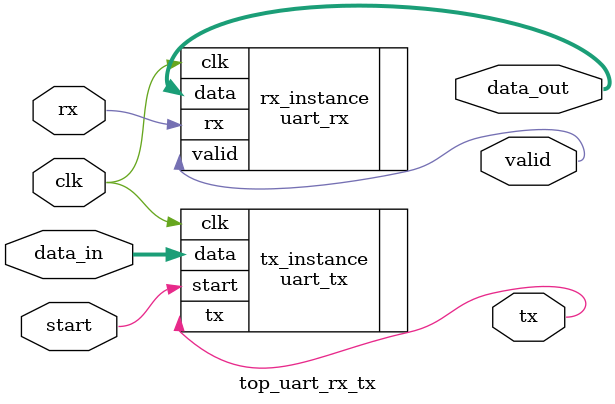
<source format=v>
module top_uart_rx_tx(
    input wire clk,
    input wire start, // Commencer l'ecriture
    input wire [7:0] data_in,
    input wire rx,
    output wire [7:0] data_out, 
    output wire valid, // Si 1 alors on peut lire 
    output wire tx
);

    parameter CLK_FREQ = 27_000_000;
    parameter BAUD_RATE = 115_200;

    uart_tx #(
        .CLK_FREQ(CLK_FREQ),
        .BAUD_RATE(BAUD_RATE)
    ) tx_instance (
        .clk(clk),
        .start(start),
        .data(data_in),
        .tx(tx)
    );

    uart_rx #(
        .CLK_FREQ(CLK_FREQ),
        .BAUD_RATE(BAUD_RATE)
    ) rx_instance (
        .clk(clk),
        .rx(rx),      
        .data(data_out),   
        .valid(valid)     
    );

endmodule
</source>
